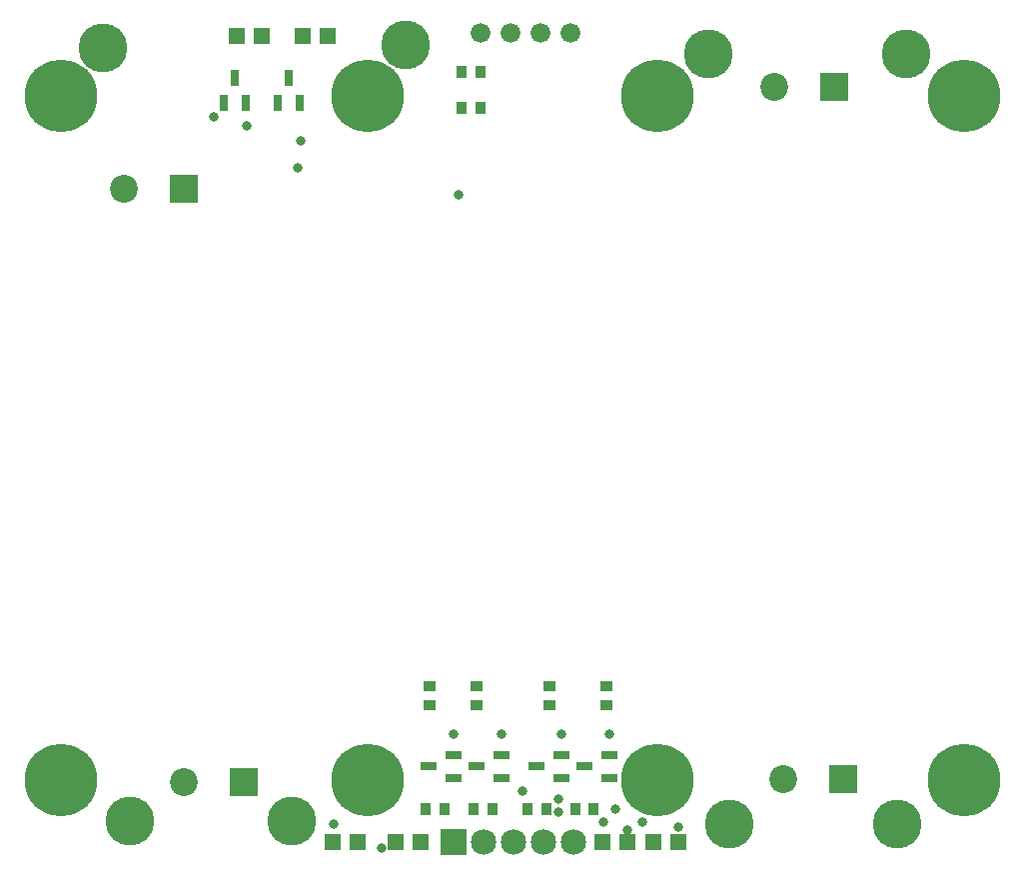
<source format=gts>
G04*
G04 #@! TF.GenerationSoftware,Altium Limited,Altium Designer,19.0.10 (269)*
G04*
G04 Layer_Color=8388736*
%FSLAX23Y23*%
%MOIN*%
G70*
G01*
G75*
%ADD14R,0.037X0.040*%
%ADD15R,0.053X0.053*%
%ADD16R,0.057X0.030*%
%ADD17R,0.040X0.037*%
%ADD18R,0.030X0.057*%
%ADD19C,0.066*%
%ADD20C,0.093*%
%ADD21R,0.093X0.093*%
%ADD22C,0.085*%
%ADD23R,0.085X0.085*%
%ADD24C,0.163*%
%ADD25C,0.242*%
%ADD26C,0.006*%
%ADD27C,0.033*%
D14*
X5987Y2290D02*
D03*
X6048D02*
D03*
X5829Y2292D02*
D03*
X5891D02*
D03*
X5711D02*
D03*
X5649D02*
D03*
X5551Y2290D02*
D03*
X5489D02*
D03*
X5671Y4750D02*
D03*
X5609D02*
D03*
X5671Y4630D02*
D03*
X5609D02*
D03*
D15*
X5389Y2180D02*
D03*
X5471D02*
D03*
X5179D02*
D03*
X5261D02*
D03*
X4859Y4870D02*
D03*
X4941D02*
D03*
X5079D02*
D03*
X5161D02*
D03*
X6331Y2180D02*
D03*
X6249D02*
D03*
X6161D02*
D03*
X6079D02*
D03*
D16*
X5657Y2433D02*
D03*
X5740Y2470D02*
D03*
Y2395D02*
D03*
X5499Y2433D02*
D03*
X5581Y2470D02*
D03*
Y2395D02*
D03*
X6019Y2433D02*
D03*
X6101Y2470D02*
D03*
Y2395D02*
D03*
X5859Y2433D02*
D03*
X5941Y2470D02*
D03*
Y2395D02*
D03*
D17*
X5500Y2701D02*
D03*
Y2639D02*
D03*
X5657Y2701D02*
D03*
Y2639D02*
D03*
X6090Y2701D02*
D03*
Y2639D02*
D03*
X5900Y2701D02*
D03*
Y2639D02*
D03*
D18*
X5030Y4731D02*
D03*
X5067Y4649D02*
D03*
X4993D02*
D03*
X4850Y4731D02*
D03*
X4887Y4649D02*
D03*
X4813D02*
D03*
D19*
X5770Y4880D02*
D03*
X5670D02*
D03*
X5970D02*
D03*
X5870D02*
D03*
D20*
X4480Y4360D02*
D03*
X6650Y4700D02*
D03*
X4680Y2380D02*
D03*
X6680Y2390D02*
D03*
D21*
X4680Y4360D02*
D03*
X6850Y4700D02*
D03*
X4880Y2380D02*
D03*
X6880Y2390D02*
D03*
D22*
X5780Y2180D02*
D03*
X5980D02*
D03*
X5880D02*
D03*
X5680D02*
D03*
D23*
X5580D02*
D03*
D24*
X5420Y4840D02*
D03*
X4410Y4830D02*
D03*
X5040Y2250D02*
D03*
X4500D02*
D03*
X7060Y2240D02*
D03*
X6500D02*
D03*
X7090Y4810D02*
D03*
X6430D02*
D03*
D25*
X7283Y2387D02*
D03*
Y4670D02*
D03*
X6260Y2387D02*
D03*
Y4670D02*
D03*
X5294Y2387D02*
D03*
Y4670D02*
D03*
X4270Y2387D02*
D03*
Y4670D02*
D03*
D26*
X6448Y2559D02*
D03*
Y4488D02*
D03*
X4164Y2559D02*
D03*
Y4488D02*
D03*
D27*
X5597Y4340D02*
D03*
X4890Y4570D02*
D03*
X5070Y4520D02*
D03*
X6100Y2540D02*
D03*
X5940D02*
D03*
X5740D02*
D03*
X5580D02*
D03*
X5180Y2240D02*
D03*
X5340Y2160D02*
D03*
X6120Y2290D02*
D03*
X5930Y2280D02*
D03*
X5060Y4430D02*
D03*
X4780Y4600D02*
D03*
X6330Y2230D02*
D03*
X6160Y2220D02*
D03*
X6210Y2248D02*
D03*
X5930Y2323D02*
D03*
X5810Y2350D02*
D03*
X6080Y2248D02*
D03*
M02*

</source>
